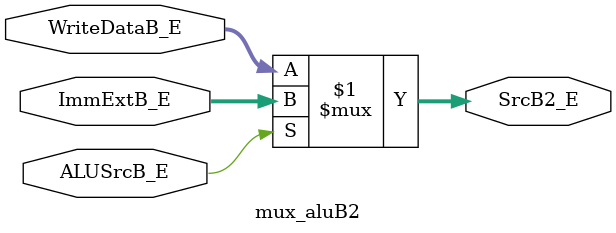
<source format=sv>
module forward_muxA1(
  input  logic [31:0] RDA1_E, ResultA_W, ResultB_W,
  input  logic [1:0]  ForwardA1E,
  output logic [31:0] SrcA1_E
);

always_comb
begin
case (ForwardA1E)
 
 2'b00: SrcA1_E = RDA1_E;
 2'b01: SrcA1_E = ResultA_W;
 2'b10: SrcA1_E = ResultB_W;

 default: SrcA1_E =RDA1_E;

endcase

end
endmodule

module forward_muxA2 (
  input  logic [31:0] RDA2_E, ResultA_W, ResultB_W,
  input  logic [1:0]       ForwardA2E,
  output logic [31:0] WriteDataA_E
);

always_comb
begin
case (ForwardA2E)
 
 2'b00: WriteDataA_E = RDA2_E;
 2'b01: WriteDataA_E = ResultA_W;
 2'b10: WriteDataA_E = ResultB_W;

 default: WriteDataA_E = RDA2_E;

endcase
end
endmodule

module mux_aluA2(
  input  logic ALUSrcA_E,
  input  logic [31:0] WriteDataA_E, ImmExtA_E,
  output logic [31:0] SrcA2_E
  );

  assign SrcA2_E = ALUSrcA_E ?  ImmExtA_E: WriteDataA_E;

endmodule



module forward_muxB1(
  input  logic [31:0] RDB1_E, ResultA_W, ResultB_W,
  input  logic [1:0]  ForwardB1E,
  output logic [31:0] SrcB1_E
);

always_comb
begin
case (ForwardB1E)
 
 2'b00: SrcB1_E = RDB1_E;
 2'b01: SrcB1_E = ResultA_W;
 2'b10: SrcB1_E = ResultB_W;

 default: SrcB1_E =RDB1_E;

endcase

end
endmodule

module forward_muxB2 (
  input  logic [31:0] RDB2_E, ResultA_W, ResultB_W,
  input  logic [1:0]       ForwardB2E,
  output logic [31:0] WriteDataB_E
);

always_comb
begin
case (ForwardB2E)
 
 2'b00: WriteDataB_E = RDB2_E;
 2'b01: WriteDataB_E = ResultA_W;
 2'b10: WriteDataB_E = ResultB_W;

 default: WriteDataB_E = RDB2_E;

endcase
end
endmodule

module mux_aluB2(
  input  logic ALUSrcB_E,
  input  logic [31:0] WriteDataB_E, ImmExtB_E,
  output logic [31:0] SrcB2_E
  );

  assign SrcB2_E = ALUSrcB_E?  ImmExtB_E:WriteDataB_E;

endmodule



</source>
